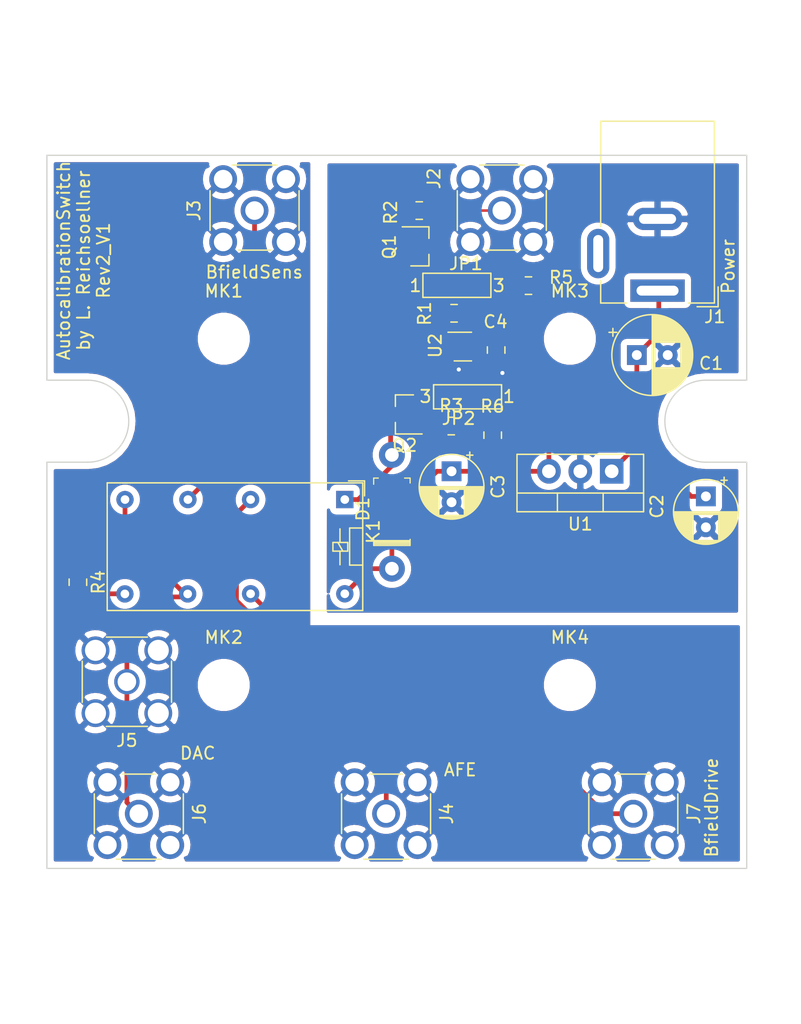
<source format=kicad_pcb>
(kicad_pcb (version 20171130) (host pcbnew "(5.1.2)-1")
  (title_block (title "Autocalibration Switch") (date 2020-05-11) (rev 2) (company RbSr) (comment 1 "Autocalibration Switch for HighPrec. B-field Stabilization") (comment 2 "Single Channel") (comment 3 "Software: M. Borkowski") (comment 4 "Author: L. Reichöllner"))
  (layers (0 F.Cu signal) (31 B.Cu signal) (35 F.Paste user) (37 F.SilkS user) (39 F.Mask user) (44 Edge.Cuts user))
  (net 0 "")
  (net 1 "Net-(MK1-Pad1)")
  (net 2 "Net-(MK2-Pad1)")
  (net 3 "Net-(MK3-Pad1)")
  (net 4 "Net-(MK4-Pad1)")
  (net 5 "Net-(C1-Pad1)")
  (net 6 GND)
  (net 7 "Net-(D1-PadA)")
  (net 8 "Net-(J1-Pad3)")
  (net 9 GNDS)
  (net 10 "Net-(Q1-Pad1)")
  (net 11 "Net-(J3-Pad1)")
  (net 12 "Net-(J5-Pad1)")
  (net 13 "Net-(J7-Pad1)")
  (net 14 "Net-(K1-Pad9)")
  (net 15 "Net-(J2-Pad1)")
  (net 16 "Net-(J4-Pad1)")
  (net 17 VCC)
  (net 18 "Net-(JP1-Pad1)")
  (net 19 "Net-(JP1-Pad2)")
  (net 20 "Net-(JP1-Pad3)")
  (net 21 "Net-(JP2-Pad2)")
  (net 22 "Net-(JP2-Pad1)")
  (net 23 "Net-(Q2-Pad1)")
  (module digikey-footprints:DO-41 (layer F.Cu) (at 101.298 115.24 90)
    (fp_text reference D1 (at 4.8133 -2.34696 90) (layer F.SilkS))
    (fp_text value 1N4007)
    (pad K thru_hole circle (at 0 0 90) (size 2.1 2.1) (drill 1.1) (layers *.Cu *.Mask) (net 17 VCC))
    (pad A thru_hole circle (at 9.2 0 90) (size 2.1 2.1) (drill 1.1) (layers *.Cu *.Mask) (net 7 "Net-(D1-PadA)"))
  )
  (module Connector_Coaxial:SMA_Molex_73251-2200_Horizontal (layer F.Cu) (at 120.8256 135.052 180)
    (fp_text reference J7 (at -4.9 0 90) (layer F.SilkS))
    (fp_text value BfieldDrive)
    (pad 2 thru_hole circle (at -2.54 2.54 180) (size 2.25 2.25) (drill 1.5) (layers *.Cu *.Mask) (net 9 GNDS))
    (pad 2 thru_hole circle (at -2.54 -2.54 180) (size 2.25 2.25) (drill 1.5) (layers *.Cu *.Mask) (net 9 GNDS))
    (pad 2 thru_hole circle (at 2.54 -2.54 180) (size 2.25 2.25) (drill 1.5) (layers *.Cu *.Mask) (net 9 GNDS))
    (pad 2 thru_hole circle (at 2.54 2.54 270) (size 2.25 2.25) (drill 1.5) (layers *.Cu *.Mask) (net 9 GNDS))
    (pad 1 thru_hole circle (at 0 0 180) (size 2.25 2.25) (drill 1.5) (layers *.Cu *.Mask) (net 13 "Net-(J7-Pad1)"))
  )
  (module Connector_Coaxial:SMA_Molex_73251-2200_Horizontal (layer F.Cu) (at 80.8256 135.052 180)
    (fp_text reference J6 (at -4.9 0 90) (layer F.SilkS))
    (fp_text value DAC)
    (pad 2 thru_hole circle (at -2.54 2.54 180) (size 2.25 2.25) (drill 1.5) (layers *.Cu *.Mask) (net 9 GNDS))
    (pad 2 thru_hole circle (at -2.54 -2.54 180) (size 2.25 2.25) (drill 1.5) (layers *.Cu *.Mask) (net 9 GNDS))
    (pad 2 thru_hole circle (at 2.54 -2.54 180) (size 2.25 2.25) (drill 1.5) (layers *.Cu *.Mask) (net 9 GNDS))
    (pad 2 thru_hole circle (at 2.54 2.54 270) (size 2.25 2.25) (drill 1.5) (layers *.Cu *.Mask) (net 9 GNDS))
    (pad 1 thru_hole circle (at 0 0 180) (size 2.25 2.25) (drill 1.5) (layers *.Cu *.Mask) (net 12 "Net-(J5-Pad1)"))
  )
  (module Connector_Coaxial:SMA_Molex_73251-2200_Horizontal (layer F.Cu) (at 100.8256 135.052 180)
    (fp_text reference J4 (at -4.9 0 90) (layer F.SilkS))
    (fp_text value ADC/AFE)
    (pad 2 thru_hole circle (at -2.54 2.54 180) (size 2.25 2.25) (drill 1.5) (layers *.Cu *.Mask) (net 9 GNDS))
    (pad 2 thru_hole circle (at -2.54 -2.54 180) (size 2.25 2.25) (drill 1.5) (layers *.Cu *.Mask) (net 9 GNDS))
    (pad 2 thru_hole circle (at 2.54 -2.54 180) (size 2.25 2.25) (drill 1.5) (layers *.Cu *.Mask) (net 9 GNDS))
    (pad 2 thru_hole circle (at 2.54 2.54 270) (size 2.25 2.25) (drill 1.5) (layers *.Cu *.Mask) (net 9 GNDS))
    (pad 1 thru_hole circle (at 0 0 180) (size 2.25 2.25) (drill 1.5) (layers *.Cu *.Mask) (net 16 "Net-(J4-Pad1)"))
  )
  (module Connector_Coaxial:SMA_Molex_73251-2200_Horizontal (layer F.Cu) (at 110.188 86.284)
    (fp_text reference J2 (at -5.4864 -2.5908 90) (layer F.SilkS))
    (fp_text value AutoCal.)
    (pad 2 thru_hole circle (at -2.54 2.54) (size 2.25 2.25) (drill 1.5) (layers *.Cu *.Mask) (net 6 GND))
    (pad 2 thru_hole circle (at -2.54 -2.54) (size 2.25 2.25) (drill 1.5) (layers *.Cu *.Mask) (net 6 GND))
    (pad 2 thru_hole circle (at 2.54 -2.54) (size 2.25 2.25) (drill 1.5) (layers *.Cu *.Mask) (net 6 GND))
    (pad 2 thru_hole circle (at 2.54 2.54 90) (size 2.25 2.25) (drill 1.5) (layers *.Cu *.Mask) (net 6 GND))
    (pad 1 thru_hole circle (at 0 0) (size 2.25 2.25) (drill 1.5) (layers *.Cu *.Mask) (net 15 "Net-(J2-Pad1)"))
  )
  (module Connector_Coaxial:SMA_Molex_73251-2200_Horizontal (layer F.Cu) (at 90.188 86.284)
    (fp_text reference J3 (at -4.9 0 90) (layer F.SilkS))
    (fp_text value BfieldSens)
    (pad 2 thru_hole circle (at -2.54 2.54) (size 2.25 2.25) (drill 1.5) (layers *.Cu *.Mask) (net 9 GNDS))
    (pad 2 thru_hole circle (at -2.54 -2.54) (size 2.25 2.25) (drill 1.5) (layers *.Cu *.Mask) (net 9 GNDS))
    (pad 2 thru_hole circle (at 2.54 -2.54) (size 2.25 2.25) (drill 1.5) (layers *.Cu *.Mask) (net 9 GNDS))
    (pad 2 thru_hole circle (at 2.54 2.54 90) (size 2.25 2.25) (drill 1.5) (layers *.Cu *.Mask) (net 9 GNDS))
    (pad 1 thru_hole circle (at 0 0) (size 2.25 2.25) (drill 1.5) (layers *.Cu *.Mask) (net 11 "Net-(J3-Pad1)"))
  )
  (module Package_TO_SOT_THT:TO-220-3_Vertical (layer F.Cu) (at 119.078 107.366 180)
    (fp_text reference U1 (at 2.54 -4.27) (layer F.SilkS))
    (fp_text value uA7805)
    (pad 1 thru_hole rect (at 0 0 180) (size 1.905 2) (drill 1.1) (layers *.Cu *.Mask) (net 5 "Net-(C1-Pad1)"))
    (pad 2 thru_hole oval (at 2.54 0 180) (size 1.905 2) (drill 1.1) (layers *.Cu *.Mask) (net 6 GND))
    (pad 3 thru_hole oval (at 5.08 0 180) (size 1.905 2) (drill 1.1) (layers *.Cu *.Mask) (net 17 VCC))
  )
  (module Mounting_Holes:MountingHole_3.2mm_M3_ISO7380 (layer F.Cu) (at 115.695 124.647)
    (fp_text reference MK4 (at 0 -3.85) (layer F.SilkS))
    (fp_text value Mounting_Hole)
    (pad 1 np_thru_hole circle (at 0 0) (size 3.2 3.2) (drill 3.2) (layers *.Cu *.Mask) (net 4 "Net-(MK4-Pad1)"))
  )
  (module Mounting_Holes:MountingHole_3.2mm_M3_ISO7380 (layer F.Cu) (at 87.695 124.647)
    (fp_text reference MK2 (at 0 -3.85) (layer F.SilkS))
    (fp_text value Mounting_Hole)
    (pad 1 np_thru_hole circle (at 0 0) (size 3.2 3.2) (drill 3.2) (layers *.Cu *.Mask) (net 2 "Net-(MK2-Pad1)"))
  )
  (module Mounting_Holes:MountingHole_3.2mm_M3_ISO7380 (layer F.Cu) (at 115.695 96.647)
    (fp_text reference MK3 (at 0 -3.85) (layer F.SilkS))
    (fp_text value Mounting_Hole)
    (pad 1 np_thru_hole circle (at 0 0) (size 3.2 3.2) (drill 3.2) (layers *.Cu *.Mask) (net 3 "Net-(MK3-Pad1)"))
  )
  (module Mounting_Holes:MountingHole_3.2mm_M3_ISO7380 (layer F.Cu) (at 87.695 96.647)
    (fp_text reference MK1 (at 0 -3.85) (layer F.SilkS))
    (fp_text value Mounting_Hole)
    (pad 1 np_thru_hole circle (at 0 0) (size 3.2 3.2) (drill 3.2) (layers *.Cu *.Mask) (net 1 "Net-(MK1-Pad1)"))
  )
  (module Capacitor_THT:CP_Radial_D6.3mm_P2.50mm (layer F.Cu) (at 121.11 97.968)
    (fp_text reference C1 (at 6.0071 0.6731) (layer F.SilkS))
    (fp_text value 100uF)
    (pad 1 thru_hole rect (at 0 0) (size 1.6 1.6) (drill 0.8) (layers *.Cu *.Mask) (net 5 "Net-(C1-Pad1)"))
    (pad 2 thru_hole circle (at 2.5 0) (size 1.6 1.6) (drill 0.8) (layers *.Cu *.Mask) (net 6 GND))
  )
  (module Capacitor_THT:CP_Radial_D5.0mm_P2.50mm (layer F.Cu) (at 126.698 109.398 270)
    (fp_text reference C2 (at 0.8128 3.9624 90) (layer F.SilkS))
    (fp_text value 3.3uF)
    (pad 2 thru_hole circle (at 2.5 0 270) (size 1.6 1.6) (drill 0.8) (layers *.Cu *.Mask) (net 6 GND))
    (pad 1 thru_hole rect (at 0 0 270) (size 1.6 1.6) (drill 0.8) (layers *.Cu *.Mask) (net 5 "Net-(C1-Pad1)"))
  )
  (module Capacitor_THT:CP_Radial_D5.0mm_P2.50mm (layer F.Cu) (at 106.124 107.366 270)
    (fp_text reference C3 (at 1.25 -3.75 90) (layer F.SilkS))
    (fp_text value 3.3uF)
    (pad 1 thru_hole rect (at 0 0 270) (size 1.6 1.6) (drill 0.8) (layers *.Cu *.Mask) (net 17 VCC))
    (pad 2 thru_hole circle (at 2.5 0 270) (size 1.6 1.6) (drill 0.8) (layers *.Cu *.Mask) (net 6 GND))
  )
  (module Relay_THT:Relay_DPDT_Omron_G5V-2 (layer F.Cu) (at 97.488 109.652 270)
    (fp_text reference K1 (at 2.6 -2.3 90) (layer F.SilkS))
    (fp_text value G5V-2)
    (pad 1 thru_hole rect (at 0 0 270) (size 1.4 1.4) (drill 0.7) (layers *.Cu *.Mask) (net 7 "Net-(D1-PadA)"))
    (pad 16 thru_hole circle (at 7.62 0 270) (size 1.4 1.4) (drill 0.7) (layers *.Cu *.Mask) (net 17 VCC))
    (pad 6 thru_hole circle (at 0 12.69 270) (size 1.4 1.4) (drill 0.7) (layers *.Cu *.Mask) (net 11 "Net-(J3-Pad1)"))
    (pad 8 thru_hole circle (at 0 17.78 270) (size 1.4 1.4) (drill 0.7) (layers *.Cu *.Mask) (net 12 "Net-(J5-Pad1)"))
    (pad 4 thru_hole circle (at 0 7.62 270) (size 1.4 1.4) (drill 0.7) (layers *.Cu *.Mask) (net 16 "Net-(J4-Pad1)"))
    (pad 11 thru_hole circle (at 7.63 12.71 270) (size 1.4 1.4) (drill 0.7) (layers *.Cu *.Mask) (net 12 "Net-(J5-Pad1)"))
    (pad 9 thru_hole circle (at 7.63 17.79 270) (size 1.4 1.4) (drill 0.7) (layers *.Cu *.Mask) (net 14 "Net-(K1-Pad9)"))
    (pad 13 thru_hole circle (at 7.62 7.62 270) (size 1.4 1.4) (drill 0.7) (layers *.Cu *.Mask) (net 13 "Net-(J7-Pad1)"))
  )
  (module Package_TO_SOT_SMD:SOT-23 (layer F.Cu) (at 102.3394 102.7686 180)
    (fp_text reference Q2 (at 0 -2.5) (layer F.SilkS))
    (fp_text value BSS138)
    (pad 1 smd rect (at -1 -0.95 180) (size 0.9 0.8) (layers F.Cu F.Paste F.Mask) (net 23 "Net-(Q2-Pad1)"))
    (pad 2 smd rect (at -1 0.95 180) (size 0.9 0.8) (layers F.Cu F.Paste F.Mask) (net 6 GND))
    (pad 3 smd rect (at 1 0 180) (size 0.9 0.8) (layers F.Cu F.Paste F.Mask) (net 7 "Net-(D1-PadA)"))
  )
  (module Resistor_SMD:R_0805_2012Metric (layer F.Cu) (at 106.1009 103.7084)
    (fp_text reference R3 (at 0 -1.65) (layer F.SilkS))
    (fp_text value 330R)
    (pad 2 smd roundrect (at 0.9375 0) (size 0.975 1.4) (layers F.Cu F.Paste F.Mask) (net 21 "Net-(JP2-Pad2)"))
    (pad 1 smd roundrect (at -0.9375 0) (size 0.975 1.4) (layers F.Cu F.Paste F.Mask) (net 23 "Net-(Q2-Pad1)"))
  )
  (module Resistor_SMD:R_0805_2012Metric (layer F.Cu) (at 75.898 116.3345 270)
    (fp_text reference R4 (at 0 -1.65 90) (layer F.SilkS))
    (fp_text value 330R)
    (pad 1 smd roundrect (at -0.9375 0 270) (size 0.975 1.4) (layers F.Cu F.Paste F.Mask) (net 9 GNDS))
    (pad 2 smd roundrect (at 0.9375 0 270) (size 0.975 1.4) (layers F.Cu F.Paste F.Mask) (net 14 "Net-(K1-Pad9)"))
  )
  (module Connector_Coaxial:SMA_Amphenol_132291_Vertical (layer F.Cu) (at 79.8604 124.384 180)
    (fp_text reference J5 (at 0 -4.75) (layer F.SilkS))
    (fp_text value DMM)
    (pad 1 thru_hole circle (at 0 0 180) (size 2.05 2.05) (drill 1.5) (layers *.Cu *.Mask) (net 12 "Net-(J5-Pad1)"))
    (pad 2 thru_hole circle (at 2.54 2.54 180) (size 2.25 2.25) (drill 1.7) (layers *.Cu *.Mask) (net 9 GNDS))
    (pad 2 thru_hole circle (at 2.54 -2.54 180) (size 2.25 2.25) (drill 1.7) (layers *.Cu *.Mask) (net 9 GNDS))
    (pad 2 thru_hole circle (at -2.54 -2.54 180) (size 2.25 2.25) (drill 1.7) (layers *.Cu *.Mask) (net 9 GNDS))
    (pad 2 thru_hole circle (at -2.54 2.54 180) (size 2.25 2.25) (drill 1.7) (layers *.Cu *.Mask) (net 9 GNDS))
  )
  (module Capacitor_SMD:C_0805_2012Metric (layer F.Cu) (at 109.7308 97.5616 90)
    (fp_text reference C4 (at 2.286 -0.0508 180) (layer F.SilkS))
    (fp_text value 100nF)
    (pad 1 smd roundrect (at -0.9375 0 90) (size 0.975 1.4) (layers F.Cu F.Paste F.Mask) (net 6 GND))
    (pad 2 smd roundrect (at 0.9375 0 90) (size 0.975 1.4) (layers F.Cu F.Paste F.Mask) (net 17 VCC))
  )
  (module Jumper:SolderJumper-3_P2.0mm_Open_TrianglePad1.0x1.5mm_NumberLabels (layer F.Cu) (at 106.5558 92.3546)
    (fp_text reference JP1 (at 0.725 -1.775) (layer F.SilkS))
    (fp_text value "AutoCal. NormEnable")
    (fp_text user 3 (at 3.4 0) (layer F.SilkS))
    (fp_text user 1 (at -3.35 0) (layer F.SilkS))
    (pad 1 smd custom (at -2 0) (size 0.3 0.3) (layers F.Cu F.Mask) (net 18 "Net-(JP1-Pad1)") (options (clearance outline) (anchor rect)) (primitives (gr_poly (pts (xy -0.5 -0.75) (xy 0.5 -0.75) (xy 1 0) (xy 0.5 0.75) (xy -0.5 0.75)) (width 0))))
    (pad 2 smd custom (at 0 0) (size 0.3 0.3) (layers F.Cu) (net 19 "Net-(JP1-Pad2)") (options (clearance outline) (anchor rect)) (primitives (gr_poly (pts (xy -1.2 -0.75) (xy 1.2 -0.75) (xy 0.7 0) (xy 1.2 0.75) (xy -1.2 0.75) (xy -0.7 0)) (width 0))))
    (pad 3 smd custom (at 2 0 180) (size 0.3 0.3) (layers F.Cu F.Mask) (net 20 "Net-(JP1-Pad3)") (options (clearance outline) (anchor rect)) (primitives (gr_poly (pts (xy -0.5 -0.75) (xy 0.5 -0.75) (xy 1 0) (xy 0.5 0.75) (xy -0.5 0.75)) (width 0))))
  )
  (module Jumper:SolderJumper-3_P2.0mm_Open_TrianglePad1.0x1.5mm_NumberLabels (layer F.Cu) (at 107.4194 101.3208 180)
    (fp_text reference JP2 (at 0.725 -1.775) (layer F.SilkS))
    (fp_text value "AutoCal. NormEnable")
    (fp_text user 1 (at -3.35 0) (layer F.SilkS))
    (fp_text user 3 (at 3.4 0) (layer F.SilkS))
    (pad 3 smd custom (at 2 0) (size 0.3 0.3) (layers F.Cu F.Mask) (net 18 "Net-(JP1-Pad1)") (options (clearance outline) (anchor rect)) (primitives (gr_poly (pts (xy -0.5 -0.75) (xy 0.5 -0.75) (xy 1 0) (xy 0.5 0.75) (xy -0.5 0.75)) (width 0))))
    (pad 2 smd custom (at 0 0 180) (size 0.3 0.3) (layers F.Cu) (net 21 "Net-(JP2-Pad2)") (options (clearance outline) (anchor rect)) (primitives (gr_poly (pts (xy -1.2 -0.75) (xy 1.2 -0.75) (xy 0.7 0) (xy 1.2 0.75) (xy -1.2 0.75) (xy -0.7 0)) (width 0))))
    (pad 1 smd custom (at -2 0 180) (size 0.3 0.3) (layers F.Cu F.Mask) (net 22 "Net-(JP2-Pad1)") (options (clearance outline) (anchor rect)) (primitives (gr_poly (pts (xy -0.5 -0.75) (xy 0.5 -0.75) (xy 1 0) (xy 0.5 0.75) (xy -0.5 0.75)) (width 0))))
  )
  (module Package_TO_SOT_SMD:SOT-23 (layer F.Cu) (at 103.5332 89.1796)
    (fp_text reference Q1 (at -2.4384 0.0508 90) (layer F.SilkS))
    (fp_text value BSS138)
    (pad 1 smd rect (at -1 -0.95) (size 0.9 0.8) (layers F.Cu F.Paste F.Mask) (net 10 "Net-(Q1-Pad1)"))
    (pad 2 smd rect (at -1 0.95) (size 0.9 0.8) (layers F.Cu F.Paste F.Mask) (net 6 GND))
    (pad 3 smd rect (at 1 0) (size 0.9 0.8) (layers F.Cu F.Paste F.Mask) (net 18 "Net-(JP1-Pad1)"))
  )
  (module Resistor_SMD:R_0805_2012Metric (layer F.Cu) (at 106.3272 94.5898 180)
    (fp_text reference R1 (at 2.3876 -0.0254 90) (layer F.SilkS))
    (fp_text value 7.5k)
    (pad 1 smd roundrect (at -0.9375 0 180) (size 0.975 1.4) (layers F.Cu F.Paste F.Mask) (net 17 VCC))
    (pad 2 smd roundrect (at 0.9375 0 180) (size 0.975 1.4) (layers F.Cu F.Paste F.Mask) (net 18 "Net-(JP1-Pad1)"))
  )
  (module Resistor_SMD:R_0805_2012Metric (layer F.Cu) (at 103.5101 86.284 180)
    (fp_text reference R2 (at 2.3137 -0.1524 90) (layer F.SilkS))
    (fp_text value 330R)
    (pad 2 smd roundrect (at 0.9375 0 180) (size 0.975 1.4) (layers F.Cu F.Paste F.Mask) (net 10 "Net-(Q1-Pad1)"))
    (pad 1 smd roundrect (at -0.9375 0 180) (size 0.975 1.4) (layers F.Cu F.Paste F.Mask) (net 15 "Net-(J2-Pad1)"))
  )
  (module Resistor_SMD:R_0805_2012Metric (layer F.Cu) (at 112.347 92.3546)
    (fp_text reference R5 (at 2.6416 -0.6604) (layer F.SilkS))
    (fp_text value 7.5k)
    (pad 2 smd roundrect (at 0.9375 0) (size 0.975 1.4) (layers F.Cu F.Paste F.Mask) (net 6 GND))
    (pad 1 smd roundrect (at -0.9375 0) (size 0.975 1.4) (layers F.Cu F.Paste F.Mask) (net 20 "Net-(JP1-Pad3)"))
  )
  (module Resistor_SMD:R_0805_2012Metric (layer F.Cu) (at 109.4514 104.445 270)
    (fp_text reference R6 (at -2.3368 0.0254 180) (layer F.SilkS))
    (fp_text value 7.5k)
    (pad 1 smd roundrect (at -0.9375 0 270) (size 0.975 1.4) (layers F.Cu F.Paste F.Mask) (net 22 "Net-(JP2-Pad1)"))
    (pad 2 smd roundrect (at 0.9375 0 270) (size 0.975 1.4) (layers F.Cu F.Paste F.Mask) (net 6 GND))
  )
  (module Package_TO_SOT_SMD:SOT-353_SC-70-5 (layer F.Cu) (at 107.0384 97.2822)
    (fp_text reference U2 (at -2.2352 -0.0762 90) (layer F.SilkS))
    (fp_text value 74LVC1G04)
    (pad 1 smd rect (at -0.95 -0.65) (size 0.65 0.4) (layers F.Cu F.Paste F.Mask))
    (pad 3 smd rect (at -0.95 0.65) (size 0.65 0.4) (layers F.Cu F.Paste F.Mask) (net 6 GND))
    (pad 2 smd rect (at -0.95 0) (size 0.65 0.4) (layers F.Cu F.Paste F.Mask) (net 19 "Net-(JP1-Pad2)"))
    (pad 4 smd rect (at 0.95 0.65) (size 0.65 0.4) (layers F.Cu F.Paste F.Mask) (net 22 "Net-(JP2-Pad1)"))
    (pad 5 smd rect (at 0.95 -0.65) (size 0.65 0.4) (layers F.Cu F.Paste F.Mask) (net 17 VCC))
  )
  (module Connector_BarrelJack:BarrelJack_Wuerth_6941xx301002 (layer F.Cu) (at 122.7864 92.761 180)
    (fp_text reference J1 (at -4.6355 -2.1082) (layer F.SilkS))
    (fp_text value Barrel_Jack_Switch)
    (pad 3 thru_hole oval (at 4.8 3 270) (size 4 1.8) (drill oval 3 0.8) (layers *.Cu *.Mask) (net 8 "Net-(J1-Pad3)"))
    (pad 2 thru_hole oval (at 0 5.8 180) (size 4 1.8) (drill oval 3 0.8) (layers *.Cu *.Mask) (net 6 GND))
    (pad 1 thru_hole rect (at 0 0 180) (size 4.4 1.8) (drill oval 3.4 0.8) (layers *.Cu *.Mask) (net 5 "Net-(C1-Pad1)"))
  )
  (gr_text "AutocalibrationSwitch\nby L. Reichsoellner\nRev2_V1" (at 76.3552 90.3226 90) (layer F.SilkS) (effects (font (size 1 1))))
  (gr_text Power (at 128.5014 90.8052 90) (layer F.SilkS) (effects (font (size 1 1))))
  (gr_text BfieldDrive (at 127.1552 134.5567 90) (layer F.SilkS) (effects (font (size 1 1))))
  (gr_text AFE (at 106.8225 131.5087) (layer F.SilkS) (effects (font (size 1 1))))
  (gr_text DAC (at 85.5881 130.1625) (layer F.SilkS) (effects (font (size 1 1))))
  (gr_text BfieldSens (at 90.1601 91.2624) (layer F.SilkS) (effects (font (size 1 1))))
  (gr_arc (start 126.695 103.315) (end 126.695 106.63) (angle 180) (layer Edge.Cuts) (width 0.1))
  (gr_arc (start 76.695 103.315) (end 76.695 100) (angle 180) (layer Edge.Cuts) (width 0.1))
  (gr_line (start 73.39 81.817) (end 73.39 100) (layer Edge.Cuts) (width 0.1))
  (gr_line (start 130 81.817) (end 73.39 81.817) (layer Edge.Cuts) (width 0.1))
  (gr_line (start 73.39 139.477) (end 130 139.477) (layer Edge.Cuts) (width 0.1))
  (gr_line (start 73.39 106.63) (end 73.39 139.477) (layer Edge.Cuts) (width 0.1))
  (gr_line (start 126.695 100) (end 130 100) (layer Edge.Cuts) (width 0.1))
  (gr_line (start 130 139.477) (end 130 106.63) (layer Edge.Cuts) (width 0.1))
  (gr_line (start 76.695 106.63) (end 73.39 106.63) (layer Edge.Cuts) (width 0.1))
  (gr_line (start 130 106.63) (end 126.695 106.63) (layer Edge.Cuts) (width 0.1))
  (gr_line (start 73.39 100) (end 76.695 100) (layer Edge.Cuts) (width 0.1))
  (gr_line (start 130 100) (end 130 81.817) (layer Edge.Cuts) (width 0.1))
  (segment (start 122.888 92.126) (end 122.888 96.19) (width 0.381) (layer F.Cu) (net 5))
  (segment (start 122.888 96.19) (end 121.11 97.968) (width 0.381) (layer F.Cu) (net 5))
  (segment (start 121.11 97.968) (end 121.11 104.6355) (width 0.381) (layer F.Cu) (net 5))
  (segment (start 121.11 105.2865) (end 119.078 107.3185) (width 0.381) (layer F.Cu) (net 5))
  (segment (start 121.11 104.6355) (end 121.11 105.2865) (width 0.381) (layer F.Cu) (net 5))
  (segment (start 121.4055 105.2865) (end 121.11 105.2865) (width 0.381) (layer F.Cu) (net 5))
  (segment (start 125.517 109.398) (end 121.4055 105.2865) (width 0.381) (layer F.Cu) (net 5))
  (segment (start 126.698 109.398) (end 125.517 109.398) (width 0.381) (layer F.Cu) (net 5))
  (via (at 106.7082 99.1364) (size 0.6858) (drill 0.3302) (layers F.Cu B.Cu) (net 6))
  (via (at 110.2388 99.4158) (size 0.6858) (drill 0.3302) (layers F.Cu B.Cu) (net 6))
  (segment (start 100.737 106.096) (end 100.536 106.096) (width 0.381) (layer F.Cu) (net 7))
  (segment (start 98.569 109.652) (end 101.298 106.923) (width 0.381) (layer F.Cu) (net 7))
  (segment (start 97.488 109.652) (end 98.569 109.652) (width 0.381) (layer F.Cu) (net 7))
  (segment (start 101.298 106.923) (end 101.298 106.096) (width 0.381) (layer F.Cu) (net 7))
  (segment (start 101.298 106.096) (end 101.552 106.096) (width 0.381) (layer F.Cu) (net 7))
  (segment (start 101.3394 103.3718) (end 101.1964 103.5148) (width 0.381) (layer F.Cu) (net 7))
  (segment (start 101.3394 102.7686) (end 101.3394 103.3718) (width 0.381) (layer F.Cu) (net 7))
  (segment (start 101.1964 103.5148) (end 101.1964 106.1214) (width 0.381) (layer F.Cu) (net 7))
  (segment (start 102.5726 87.084) (end 102.568 87.0886) (width 0.2032) (layer F.Cu) (net 10))
  (segment (start 102.5726 86.284) (end 102.5726 87.084) (width 0.2032) (layer F.Cu) (net 10))
  (segment (start 102.568 87.0886) (end 102.568 88.189) (width 0.2032) (layer F.Cu) (net 10))
  (segment (start 90.188 86.284) (end 90.188 91.128138) (width 0.381) (layer F.Cu) (net 11))
  (segment (start 90.188 91.128138) (end 90.188 104.252) (width 0.381) (layer F.Cu) (net 11))
  (segment (start 90.188 104.252) (end 84.788 109.652) (width 0.381) (layer F.Cu) (net 11))
  (segment (start 79.708 109.652) (end 79.708 112.446) (width 0.381) (layer F.Cu) (net 12))
  (segment (start 79.708 112.446) (end 84.788 117.526) (width 0.381) (layer F.Cu) (net 12))
  (segment (start 84.788 117.526) (end 82.719138 117.526) (width 0.381) (layer F.Cu) (net 12))
  (segment (start 82.719138 117.526) (end 80.724 119.521138) (width 0.381) (layer F.Cu) (net 12))
  (segment (start 80.724 119.521138) (end 79.8604 120.384738) (width 0.381) (layer F.Cu) (net 12))
  (segment (start 79.8604 120.384738) (end 79.8604 124.384) (width 0.381) (layer F.Cu) (net 12))
  (segment (start 79.8604 124.384) (end 79.8604 134.1376) (width 0.381) (layer F.Cu) (net 12))
  (segment (start 79.8604 134.1376) (end 80.7748 135.052) (width 0.381) (layer F.Cu) (net 12))
  (segment (start 89.868 117.272) (end 98.9612 126.3652) (width 0.381) (layer F.Cu) (net 13))
  (segment (start 109.815938 126.3652) (end 118.502738 135.052) (width 0.381) (layer F.Cu) (net 13))
  (segment (start 98.9612 126.3652) (end 109.815938 126.3652) (width 0.381) (layer F.Cu) (net 13))
  (segment (start 118.502738 135.052) (end 120.9068 135.052) (width 0.381) (layer F.Cu) (net 13))
  (segment (start 75.898 117.272) (end 79.708 117.272) (width 0.381) (layer F.Cu) (net 14))
  (segment (start 110.188 86.284) (end 104.4984 86.284) (width 0.2032) (layer F.Cu) (net 15))
  (segment (start 104.4984 86.284) (end 104.473 86.2586) (width 0.2032) (layer F.Cu) (net 15))
  (segment (start 88.723499 110.796501) (end 88.723499 115.619499) (width 0.381) (layer F.Cu) (net 16))
  (segment (start 89.868 109.652) (end 88.723499 110.796501) (width 0.381) (layer F.Cu) (net 16))
  (segment (start 88.723499 117.821361) (end 98.25 127.347862) (width 0.381) (layer F.Cu) (net 16))
  (segment (start 88.723499 115.619499) (end 88.723499 117.821361) (width 0.381) (layer F.Cu) (net 16))
  (segment (start 98.25 127.347862) (end 100.8408 129.938662) (width 0.381) (layer F.Cu) (net 16))
  (segment (start 100.8408 129.938662) (end 100.8408 135.1536) (width 0.381) (layer F.Cu) (net 16))
  (segment (start 113.998 107.366) (end 112.6645 107.366) (width 0.381) (layer F.Cu) (net 17))
  (segment (start 112.6645 107.366) (end 108.156 107.366) (width 0.381) (layer F.Cu) (net 17))
  (segment (start 108.156 107.366) (end 106.782138 107.366) (width 0.381) (layer F.Cu) (net 17))
  (segment (start 106.782138 107.366) (end 106.124 107.366) (width 0.381) (layer F.Cu) (net 17))
  (segment (start 101.298 111.011) (end 101.298 113.755076) (width 0.381) (layer F.Cu) (net 17))
  (segment (start 106.124 107.366) (end 104.943 107.366) (width 0.381) (layer F.Cu) (net 17))
  (segment (start 104.943 107.366) (end 101.298 111.011) (width 0.381) (layer F.Cu) (net 17))
  (segment (start 101.298 113.755076) (end 101.298 115.24) (width 0.381) (layer F.Cu) (net 17))
  (segment (start 101.298 115.24) (end 99.52 115.24) (width 0.381) (layer F.Cu) (net 17))
  (segment (start 99.52 115.24) (end 97.488 117.272) (width 0.381) (layer F.Cu) (net 17))
  (segment (start 113.998 101.092952) (end 109.526848 96.6218) (width 0.381) (layer F.Cu) (net 17))
  (segment (start 113.998 107.366) (end 113.998 101.092952) (width 0.381) (layer F.Cu) (net 17))
  (segment (start 109.526848 96.6218) (end 108.029 96.6218) (width 0.381) (layer F.Cu) (net 17))
  (segment (start 107.9884 96.0512) (end 107.3178 95.3806) (width 0.381) (layer F.Cu) (net 17))
  (segment (start 107.9884 96.6322) (end 107.9884 96.0512) (width 0.381) (layer F.Cu) (net 17))
  (segment (start 107.3178 95.3806) (end 107.3178 94.7676) (width 0.381) (layer F.Cu) (net 17))
  (segment (start 105.318899 101.125299) (end 105.235 101.209198) (width 0.381) (layer F.Cu) (net 18))
  (segment (start 104.5332 89.7828) (end 104.5492 89.7988) (width 0.2032) (layer F.Cu) (net 18))
  (segment (start 104.5332 89.1796) (end 104.5332 89.7828) (width 0.2032) (layer F.Cu) (net 18))
  (segment (start 104.5492 89.7988) (end 104.5492 92.4308) (width 0.2032) (layer F.Cu) (net 18))
  (segment (start 104.5558 93.2046) (end 105.3874 94.0362) (width 0.2032) (layer F.Cu) (net 18))
  (segment (start 104.5558 92.3546) (end 104.5558 93.2046) (width 0.2032) (layer F.Cu) (net 18))
  (segment (start 105.3874 94.0362) (end 105.3874 94.666) (width 0.2032) (layer F.Cu) (net 18))
  (segment (start 105.3897 94.5898) (end 105.3897 101.2931) (width 0.2032) (layer F.Cu) (net 18))
  (segment (start 106.769001 97.116681) (end 106.578082 97.3076) (width 0.2032) (layer F.Cu) (net 19))
  (segment (start 106.769001 95.982381) (end 106.769001 97.116681) (width 0.2032) (layer F.Cu) (net 19))
  (segment (start 106.23281 95.44619) (end 106.769001 95.982381) (width 0.2032) (layer F.Cu) (net 19))
  (segment (start 106.23281 94.074066) (end 106.23281 95.44619) (width 0.2032) (layer F.Cu) (net 19))
  (segment (start 106.5558 92.3546) (end 106.5558 93.751076) (width 0.2032) (layer F.Cu) (net 19))
  (segment (start 106.5558 93.751076) (end 106.23281 94.074066) (width 0.2032) (layer F.Cu) (net 19))
  (segment (start 106.578082 97.3076) (end 106.1494 97.3076) (width 0.2032) (layer F.Cu) (net 19))
  (segment (start 109.1558 92.3546) (end 109.1812 92.38) (width 0.2032) (layer F.Cu) (net 20))
  (segment (start 108.5558 92.3546) (end 109.1558 92.3546) (width 0.2032) (layer F.Cu) (net 20))
  (segment (start 109.1812 92.38) (end 111.3564 92.38) (width 0.2032) (layer F.Cu) (net 20))
  (segment (start 107.4194 102.1708) (end 106.9876 102.6026) (width 0.2032) (layer F.Cu) (net 21))
  (segment (start 107.4194 101.3208) (end 107.4194 102.1708) (width 0.2032) (layer F.Cu) (net 21))
  (segment (start 106.9876 102.6026) (end 106.9876 103.7084) (width 0.2032) (layer F.Cu) (net 21))
  (segment (start 107.9884 99.43689) (end 109.4514 100.89989) (width 0.2032) (layer F.Cu) (net 22))
  (segment (start 107.9884 97.9322) (end 107.9884 99.43689) (width 0.2032) (layer F.Cu) (net 22))
  (segment (start 109.4514 100.89989) (end 109.4514 103.5306) (width 0.2032) (layer F.Cu) (net 22))
  (segment (start 105.1634 103.7084) (end 104.5759 103.7084) (width 0.2032) (layer F.Cu) (net 23))
  (segment (start 104.5759 103.7084) (end 103.3808 103.7084) (width 0.2032) (layer F.Cu) (net 23))
  (zone (net 9) (net_name GNDS) (layer F.Cu) (connect_pads (clearance 0.508)) (min_thickness 0.254) (fill yes (arc_segments 32) (thermal_gap 0.508) (thermal_bridge_width 0.508))
    (polygon (pts (xy 94.694 82.22) (xy 73.866 82.22) (xy 73.866 139.116) (xy 129.492 139.116) (xy 129.492 119.812) (xy 94.694 119.812)))
  )
  (zone (net 6) (net_name GND) (layer F.Cu) (connect_pads (clearance 0.508)) (min_thickness 0.254) (fill yes (arc_segments 32) (thermal_gap 0.508) (thermal_bridge_width 0.508))
    (polygon (pts (xy 129.365 82.474) (xy 96.091 82.474) (xy 96.0275 118.796) (xy 129.3015 118.796)))
  )
  (zone (net 6) (net_name GND) (layer B.Cu) (connect_pads (clearance 0.508)) (min_thickness 0.254) (fill yes (arc_segments 32) (thermal_gap 0.508) (thermal_bridge_width 0.508))
    (polygon (pts (xy 129.365 82.474) (xy 96.091 82.474) (xy 96.0275 118.796) (xy 129.3015 118.796)))
  )
  (zone (net 9) (net_name GNDS) (layer B.Cu) (connect_pads (clearance 0.508)) (min_thickness 0.254) (fill yes (arc_segments 32) (thermal_gap 0.508) (thermal_bridge_width 0.508))
    (polygon (pts (xy 94.694 82.22) (xy 73.866 82.22) (xy 73.866 139.116) (xy 129.492 139.116) (xy 129.492 119.812) (xy 94.694 119.812)))
  )
  (zone (net 6) (net_name GND) (layer F.Cu) (connect_pads yes (clearance 0.508)) (min_thickness 0.254) (fill yes (arc_segments 32) (thermal_gap 0.508) (thermal_bridge_width 0.508))
    (polygon (pts (xy 106.0224 98.984) (xy 106.0224 97.6632) (xy 107.394 97.6632) (xy 107.394 98.9586) (xy 107.394 98.984)))
  )
  (zone (net 6) (net_name GND) (layer F.Cu) (connect_pads yes (clearance 0.508)) (min_thickness 0.254) (fill yes (arc_segments 32) (thermal_gap 0.508) (thermal_bridge_width 0.508))
    (polygon (pts (xy 111.2294 99.3142) (xy 109.934 98.0188) (xy 109.045 98.0188) (xy 109.045 98.9332) (xy 110.315 100.2032) (xy 111.1786 99.3396)))
  )
)
</source>
